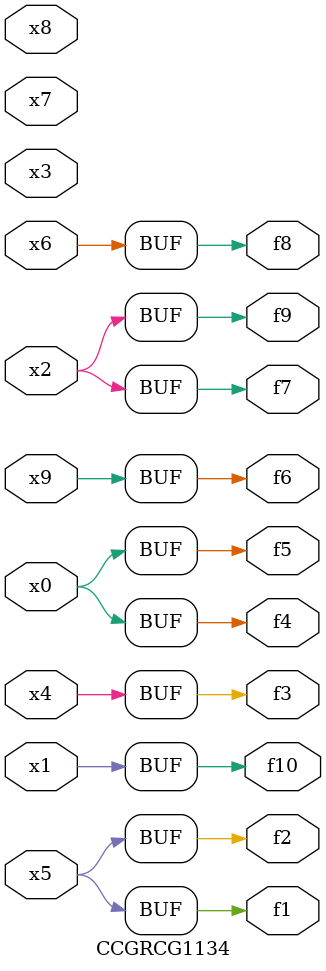
<source format=v>
module CCGRCG1134(
	input x0, x1, x2, x3, x4, x5, x6, x7, x8, x9,
	output f1, f2, f3, f4, f5, f6, f7, f8, f9, f10
);
	assign f1 = x5;
	assign f2 = x5;
	assign f3 = x4;
	assign f4 = x0;
	assign f5 = x0;
	assign f6 = x9;
	assign f7 = x2;
	assign f8 = x6;
	assign f9 = x2;
	assign f10 = x1;
endmodule

</source>
